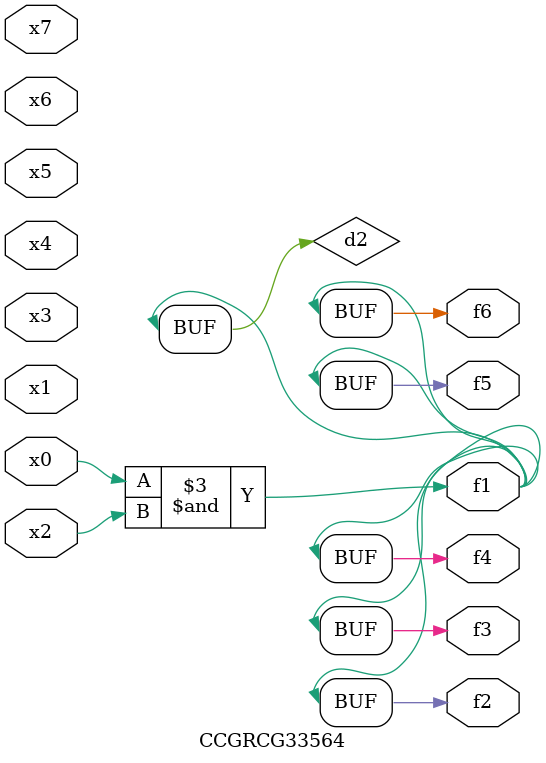
<source format=v>
module CCGRCG33564(
	input x0, x1, x2, x3, x4, x5, x6, x7,
	output f1, f2, f3, f4, f5, f6
);

	wire d1, d2;

	nor (d1, x3, x6);
	and (d2, x0, x2);
	assign f1 = d2;
	assign f2 = d2;
	assign f3 = d2;
	assign f4 = d2;
	assign f5 = d2;
	assign f6 = d2;
endmodule

</source>
